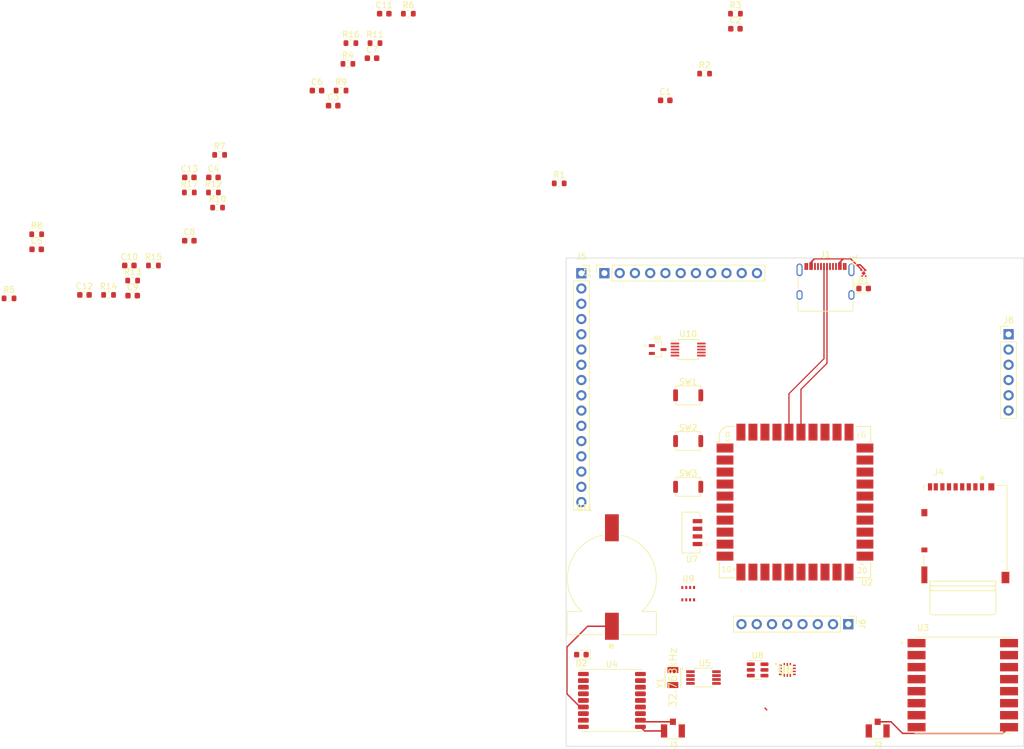
<source format=kicad_pcb>
(kicad_pcb (version 20211014) (generator pcbnew)
  (layers (0 "F.Cu" signal) (31 "B.Cu" signal) (34 "B.Paste" user) (35 "F.Paste" user) (36 "B.SilkS" user "B.Silkscreen") (37 "F.SilkS" user "F.Silkscreen") (38 "B.Mask" user) (39 "F.Mask" user) (44 "Edge.Cuts" user))
  (net 0 "")
  (net 1 "+BATT")
  (net 2 "GND")
  (net 3 "3V3_REG")
  (net 4 "VBUS")
  (net 5 "Net-(C13-Pad1)")
  (net 6 "Net-(C13-Pad2)")
  (net 7 "Net-(D1-Pad1)")
  (net 8 "Net-(D2-Pad1)")
  (net 9 "TIMEPULSE")
  (net 10 "Net-(J1-PadA5)")
  (net 11 "USB_D+")
  (net 12 "USB_D-")
  (net 14 "Net-(J1-PadB5)")
  (net 16 "Net-(J2-Pad2)")
  (net 17 "Net-(J3-Pad2)")
  (net 18 "SDIO_DAT2")
  (net 19 "SDIO_DAT3")
  (net 20 "SDIO_CMD")
  (net 21 "SDIO_CLK")
  (net 22 "SDIO_DAT0")
  (net 23 "SDIO_DAT1")
  (net 24 "PWR_SDA")
  (net 25 "CAM_SCL")
  (net 26 "IMU_SDA")
  (net 27 "IMU_SCL")
  (net 28 "RFM_SCK")
  (net 29 "RFM_MISO")
  (net 30 "RFM_MOSI")
  (net 31 "CAM_CS")
  (net 32 "GNSS_RX")
  (net 33 "GNSS_TX")
  (net 34 "RFM_RESET")
  (net 35 "RFM_CS")
  (net 36 "Net-(R8-Pad2)")
  (net 37 "Net-(R9-Pad2)")
  (net 38 "Net-(SW1-Pad1)")
  (net 39 "Net-(SW2-Pad1)")
  (net 40 "Net-(SW3-Pad2)")
  (net 56 "Net-(U5-Pad1)")
  (net 57 "Net-(U5-Pad2)")
  (net 63 "PWR_SCL")
  (net 64 "LTR_SDA")
  (net 65 "LTR_SCL")
  (net 66 "CAM_SDA")
  (net 67 "MAG_SDA")
  (net 68 "MAG_SCL")
  (net 69 "RTC_SDA")
  (net 70 "RTC_SCL")
  (net 71 "GNSS_SDA")
  (net 72 "GNSS_SCL")
  (net 73 "BME_SDA")
  (net 74 "BME_SCL")
  (footprint "Capacitor_SMD:C_0603_1608Metric" (layer "F.Cu") (at 46.49 53.005)
    (fp_text reference "C8" (at 0 -1.43) (layer "F.SilkS"))
    (fp_text value "100nF")
    (pad "1" smd roundrect (at -0.775 0) (size 0.9 0.95) (layers "F.Cu" "F.Paste" "F.Mask") (net 2 "GND"))
    (pad "2" smd roundrect (at 0.775 0) (size 0.9 0.95) (layers "F.Cu" "F.Paste" "F.Mask") (net 3 "3V3_REG"))
  )
  (footprint "RP2040_Stamp:RP2040_Stamp_SMD" (layer "F.Cu") (at 147.32 96.52)
    (fp_text reference "U2" (at 12 13.4 unlocked) (layer "F.SilkS"))
    (fp_text value "RP2040_Stamp")
    (fp_text user "20" (at 11.2 11.4 unlocked) (layer "F.SilkS") (effects (font (size 0.9 0.9) (thickness 0.12))))
    (fp_text user "10" (at -11.4 11.2 unlocked) (layer "F.SilkS") (effects (font (size 0.9 0.9) (thickness 0.12))))
    (fp_text user "0" (at -11.2 -11.2 unlocked) (layer "F.SilkS") (effects (font (size 0.9 0.9) (thickness 0.12))))
    (fp_text user "G" (at 11.4 -11.2 unlocked) (layer "F.SilkS") (effects (font (size 0.9 0.9) (thickness 0.12))))
    (pad "1" smd rect (at -11.65 -9) (size 2.8 1.5) (layers "F.Cu" "F.Paste" "F.Mask") (net 32 "GNSS_RX"))
    (pad "2" smd rect (at -11.65 -7) (size 2.8 1.5) (layers "F.Cu" "F.Paste" "F.Mask") (net 33 "GNSS_TX"))
    (pad "3" smd rect (at -11.65 -5) (size 2.8 1.5) (layers "F.Cu" "F.Paste" "F.Mask") (net 26 "IMU_SDA"))
    (pad "4" smd rect (at -11.65 -3) (size 2.8 1.5) (layers "F.Cu" "F.Paste" "F.Mask") (net 27 "IMU_SCL"))
    (pad "5" smd rect (at -11.65 -1) (size 2.8 1.5) (layers "F.Cu" "F.Paste" "F.Mask") (net 24 "PWR_SDA"))
    (pad "6" smd rect (at -11.65 1) (size 2.8 1.5) (layers "F.Cu" "F.Paste" "F.Mask") (net 63 "PWR_SCL"))
    (pad "7" smd rect (at -11.65 3) (size 2.8 1.5) (layers "F.Cu" "F.Paste" "F.Mask") (net 64 "LTR_SDA"))
    (pad "8" smd rect (at -11.65 5) (size 2.8 1.5) (layers "F.Cu" "F.Paste" "F.Mask") (net 65 "LTR_SCL"))
    (pad "9" smd rect (at -11.65 7) (size 2.8 1.5) (layers "F.Cu" "F.Paste" "F.Mask") (net 66 "CAM_SDA"))
    (pad "10" smd rect (at -11.65 9) (size 2.8 1.5) (layers "F.Cu" "F.Paste" "F.Mask") (net 25 "CAM_SCL"))
    (pad "11" smd rect (at -9 11.65 270) (size 2.8 1.5) (layers "F.Cu" "F.Paste" "F.Mask") (net 67 "MAG_SDA"))
    (pad "12" smd rect (at -7 11.65 270) (size 2.8 1.5) (layers "F.Cu" "F.Paste" "F.Mask") (net 68 "MAG_SCL"))
    (pad "13" smd rect (at -5 11.65 270) (size 2.8 1.5) (layers "F.Cu" "F.Paste" "F.Mask") (net 69 "RTC_SDA"))
    (pad "14" smd rect (at -3 11.65 270) (size 2.8 1.5) (layers "F.Cu" "F.Paste" "F.Mask") (net 70 "RTC_SCL"))
    (pad "15" smd rect (at -1 11.65 270) (size 2.8 1.5) (layers "F.Cu" "F.Paste" "F.Mask") (net 71 "GNSS_SDA"))
    (pad "16" smd rect (at 1 11.65 270) (size 2.8 1.5) (layers "F.Cu" "F.Paste" "F.Mask") (net 72 "GNSS_SCL"))
    (pad "17" smd rect (at 3 11.65 270) (size 2.8 1.5) (layers "F.Cu" "F.Paste" "F.Mask") (net 73 "BME_SDA"))
    (pad "18" smd rect (at 5 11.65 270) (size 2.8 1.5) (layers "F.Cu" "F.Paste" "F.Mask") (net 74 "BME_SCL"))
    (pad "19" smd rect (at 7 11.65 270) (size 2.8 1.5) (layers "F.Cu" "F.Paste" "F.Mask") (net 28 "RFM_SCK"))
    (pad "20" smd rect (at 9 11.65 270) (size 2.8 1.5) (layers "F.Cu" "F.Paste" "F.Mask") (net 30 "RFM_MOSI"))
    (pad "21" smd rect (at 11.65 9) (size 2.8 1.5) (layers "F.Cu" "F.Paste" "F.Mask") (net 29 "RFM_MISO"))
    (pad "22" smd rect (at 11.65 7) (size 2.8 1.5) (layers "F.Cu" "F.Paste" "F.Mask") (net 35 "RFM_CS"))
    (pad "23" smd rect (at 11.65 5) (size 2.8 1.5) (layers "F.Cu" "F.Paste" "F.Mask") (net 31 "CAM_CS"))
    (pad "24" smd rect (at 11.65 3) (size 2.8 1.5) (layers "F.Cu" "F.Paste" "F.Mask") (net 34 "RFM_RESET"))
    (pad "25" smd rect (at 11.65 1) (size 2.8 1.5) (layers "F.Cu" "F.Paste" "F.Mask") (net 20 "SDIO_CMD"))
    (pad "26" smd rect (at 11.65 -1) (size 2.8 1.5) (layers "F.Cu" "F.Paste" "F.Mask") (net 21 "SDIO_CLK"))
    (pad "27" smd rect (at 11.65 -3) (size 2.8 1.5) (layers "F.Cu" "F.Paste" "F.Mask") (net 22 "SDIO_DAT0"))
    (pad "28" smd rect (at 11.65 -5) (size 2.8 1.5) (layers "F.Cu" "F.Paste" "F.Mask") (net 23 "SDIO_DAT1"))
    (pad "29" smd rect (at 11.65 -7) (size 2.8 1.5) (layers "F.Cu" "F.Paste" "F.Mask") (net 18 "SDIO_DAT2"))
    (pad "30" smd rect (at 11.65 -9) (size 2.8 1.5) (layers "F.Cu" "F.Paste" "F.Mask") (net 19 "SDIO_DAT3"))
    (pad "31" smd rect (at 9 -11.65 270) (size 2.8 1.5) (layers "F.Cu" "F.Paste" "F.Mask") (net 2 "GND"))
    (pad "32" smd rect (at 7 -11.65 270) (size 2.8 1.5) (layers "F.Cu" "F.Paste" "F.Mask"))
    (pad "33" smd rect (at 5 -11.65 270) (size 2.8 1.5) (layers "F.Cu" "F.Paste" "F.Mask") (net 4 "VBUS"))
    (pad "34" smd rect (at 3 -11.65 270) (size 2.8 1.5) (layers "F.Cu" "F.Paste" "F.Mask"))
    (pad "35" smd rect (at 1 -11.65 270) (size 2.8 1.5) (layers "F.Cu" "F.Paste" "F.Mask") (net 12 "USB_D-"))
    (pad "36" smd rect (at -1 -11.65 270) (size 2.8 1.5) (layers "F.Cu" "F.Paste" "F.Mask") (net 11 "USB_D+"))
    (pad "37" smd rect (at -3 -11.65 270) (size 2.8 1.5) (layers "F.Cu" "F.Paste" "F.Mask"))
    (pad "38" smd rect (at -5 -11.65 270) (size 2.8 1.5) (layers "F.Cu" "F.Paste" "F.Mask"))
    (pad "39" smd rect (at -7 -11.65 270) (size 2.8 1.5) (layers "F.Cu" "F.Paste" "F.Mask") (net 39 "Net-(SW2-Pad1)"))
    (pad "40" smd rect (at -9 -11.65 270) (size 2.8 1.5) (layers "F.Cu" "F.Paste" "F.Mask") (net 38 "Net-(SW1-Pad1)"))
  )
  (footprint "Resistor_SMD:R_0603_1608Metric" (layer "F.Cu") (at 137.41 15.205)
    (fp_text reference "R3" (at 0 -1.43) (layer "F.SilkS"))
    (fp_text value "5.1K")
    (pad "1" smd roundrect (at -0.825 0) (size 0.8 0.95) (layers "F.Cu" "F.Paste" "F.Mask") (net 14 "Net-(J1-PadB5)"))
    (pad "2" smd roundrect (at 0.825 0) (size 0.8 0.95) (layers "F.Cu" "F.Paste" "F.Mask") (net 2 "GND"))
  )
  (footprint "Resistor_SMD:R_0603_1608Metric" (layer "F.Cu") (at 51.19 47.485)
    (fp_text reference "R10" (at 0 -1.43) (layer "F.SilkS"))
    (fp_text value "1k")
    (pad "1" smd roundrect (at -0.825 0) (size 0.8 0.95) (layers "F.Cu" "F.Paste" "F.Mask") (net 8 "Net-(D2-Pad1)"))
    (pad "2" smd roundrect (at 0.825 0) (size 0.8 0.95) (layers "F.Cu" "F.Paste" "F.Mask") (net 2 "GND"))
  )
  (footprint "Capacitor_SMD:C_0603_1608Metric" (layer "F.Cu") (at 67.74 28.005)
    (fp_text reference "C6" (at 0 -1.43) (layer "F.SilkS"))
    (fp_text value "1uF")
    (pad "1" smd roundrect (at -0.775 0) (size 0.9 0.95) (layers "F.Cu" "F.Paste" "F.Mask") (net 2 "GND"))
    (pad "2" smd roundrect (at 0.775 0) (size 0.9 0.95) (layers "F.Cu" "F.Paste" "F.Mask") (net 3 "3V3_REG"))
  )
  (footprint "Resistor_SMD:R_0603_1608Metric" (layer "F.Cu") (at 37.05 59.635)
    (fp_text reference "R13" (at 0 -1.43) (layer "F.SilkS"))
    (fp_text value "10k")
    (pad "1" smd roundrect (at -0.825 0) (size 0.8 0.95) (layers "F.Cu" "F.Paste" "F.Mask") (net 3 "3V3_REG"))
    (pad "2" smd roundrect (at 0.825 0) (size 0.8 0.95) (layers "F.Cu" "F.Paste" "F.Mask") (net 68 "MAG_SCL"))
  )
  (footprint "Connector_PinSocket_2.54mm:PinSocket_1x16_P2.54mm_Vertical" (layer "F.Cu") (at 111.76 58.42)
    (fp_text reference "J5" (at 0 -2.77) (layer "F.SilkS"))
    (fp_text value "I2C")
    (pad "1" thru_hole rect (at 0 0) (size 1.7 1.7) (drill 1) (layers *.Cu *.Mask) (net 24 "PWR_SDA"))
    (pad "2" thru_hole oval (at 0 2.54) (size 1.7 1.7) (drill 1) (layers *.Cu *.Mask) (net 63 "PWR_SCL"))
    (pad "3" thru_hole oval (at 0 5.08) (size 1.7 1.7) (drill 1) (layers *.Cu *.Mask) (net 64 "LTR_SDA"))
    (pad "4" thru_hole oval (at 0 7.62) (size 1.7 1.7) (drill 1) (layers *.Cu *.Mask) (net 65 "LTR_SCL"))
    (pad "5" thru_hole oval (at 0 10.16) (size 1.7 1.7) (drill 1) (layers *.Cu *.Mask) (net 66 "CAM_SDA"))
    (pad "6" thru_hole oval (at 0 12.7) (size 1.7 1.7) (drill 1) (layers *.Cu *.Mask) (net 25 "CAM_SCL"))
    (pad "7" thru_hole oval (at 0 15.24) (size 1.7 1.7) (drill 1) (layers *.Cu *.Mask) (net 26 "IMU_SDA"))
    (pad "8" thru_hole oval (at 0 17.78) (size 1.7 1.7) (drill 1) (layers *.Cu *.Mask) (net 27 "IMU_SCL"))
    (pad "9" thru_hole oval (at 0 20.32) (size 1.7 1.7) (drill 1) (layers *.Cu *.Mask) (net 67 "MAG_SDA"))
    (pad "10" thru_hole oval (at 0 22.86) (size 1.7 1.7) (drill 1) (layers *.Cu *.Mask) (net 68 "MAG_SCL"))
    (pad "11" thru_hole oval (at 0 25.4) (size 1.7 1.7) (drill 1) (layers *.Cu *.Mask) (net 69 "RTC_SDA"))
    (pad "12" thru_hole oval (at 0 27.94) (size 1.7 1.7) (drill 1) (layers *.Cu *.Mask) (net 70 "RTC_SCL"))
    (pad "13" thru_hole oval (at 0 30.48) (size 1.7 1.7) (drill 1) (layers *.Cu *.Mask) (net 71 "GNSS_SDA"))
    (pad "14" thru_hole oval (at 0 33.02) (size 1.7 1.7) (drill 1) (layers *.Cu *.Mask) (net 72 "GNSS_SCL"))
    (pad "15" thru_hole oval (at 0 35.56) (size 1.7 1.7) (drill 1) (layers *.Cu *.Mask) (net 73 "BME_SDA"))
    (pad "16" thru_hole oval (at 0 38.1) (size 1.7 1.7) (drill 1) (layers *.Cu *.Mask) (net 74 "BME_SCL"))
  )
  (footprint "Resistor_SMD:R_0603_1608Metric" (layer "F.Cu") (at 46.49 44.975)
    (fp_text reference "R17" (at 0 -1.43) (layer "F.SilkS"))
    (fp_text value "1")
    (pad "1" smd roundrect (at -0.825 0) (size 0.8 0.95) (layers "F.Cu" "F.Paste" "F.Mask") (net 3 "3V3_REG"))
    (pad "2" smd roundrect (at 0.825 0) (size 0.8 0.95) (layers "F.Cu" "F.Paste" "F.Mask") (net 3 "3V3_REG"))
  )
  (footprint "Connector_PinHeader_2.54mm:PinHeader_1x08_P2.54mm_Vertical" (layer "F.Cu") (at 156.195 116.84 -90)
    (fp_text reference "J6" (at 0 -2.33 90) (layer "F.SilkS"))
    (fp_text value "Arducam")
    (pad "1" thru_hole rect (at 0 0 270) (size 1.7 1.7) (drill 1) (layers *.Cu *.Mask) (net 25 "CAM_SCL"))
    (pad "2" thru_hole oval (at 0 2.54 270) (size 1.7 1.7) (drill 1) (layers *.Cu *.Mask) (net 66 "CAM_SDA"))
    (pad "3" thru_hole oval (at 0 5.08 270) (size 1.7 1.7) (drill 1) (layers *.Cu *.Mask) (net 3 "3V3_REG"))
    (pad "4" thru_hole oval (at 0 7.62 270) (size 1.7 1.7) (drill 1) (layers *.Cu *.Mask) (net 2 "GND"))
    (pad "5" thru_hole oval (at 0 10.16 270) (size 1.7 1.7) (drill 1) (layers *.Cu *.Mask) (net 28 "RFM_SCK"))
    (pad "6" thru_hole oval (at 0 12.7 270) (size 1.7 1.7) (drill 1) (layers *.Cu *.Mask) (net 29 "RFM_MISO"))
    (pad "7" thru_hole oval (at 0 15.24 270) (size 1.7 1.7) (drill 1) (layers *.Cu *.Mask) (net 30 "RFM_MOSI"))
    (pad "8" thru_hole oval (at 0 17.78 270) (size 1.7 1.7) (drill 1) (layers *.Cu *.Mask) (net 31 "CAM_CS"))
  )
  (footprint "ISM330DHCXTR:LGA-14_2.5X3X0.86_" (layer "F.Cu") (at 146.05 124.46)
    (fp_text reference "U6" (at -0.29 -0.006) (layer "F.SilkS") (effects (font (size 1.27 1.27) (thickness 0.254))))
    (fp_text value "ISM330DHCXTR" hide)
    (pad "1" smd rect locked (at -1.1625 -0.75 90) (size 0.25 0.475) (layers "F.Cu" "F.Paste" "F.Mask") (net 2 "GND"))
    (pad "2" smd rect locked (at -1.1625 -0.25 90) (size 0.25 0.475) (layers "F.Cu" "F.Paste" "F.Mask") (net 2 "GND"))
    (pad "3" smd rect locked (at -1.1625 0.25 90) (size 0.25 0.475) (layers "F.Cu" "F.Paste" "F.Mask") (net 2 "GND"))
    (pad "4" smd rect locked (at -1.1625 0.75 90) (size 0.25 0.475) (layers "F.Cu" "F.Paste" "F.Mask"))
    (pad "5" smd rect locked (at -0.5 0.9125) (size 0.25 0.475) (layers "F.Cu" "F.Paste" "F.Mask") (net 3 "3V3_REG"))
    (pad "6" smd rect locked (at 0 0.9125) (size 0.25 0.475) (layers "F.Cu" "F.Paste" "F.Mask") (net 2 "GND"))
    (pad "7" smd rect locked (at 0.5 0.9125) (size 0.25 0.475) (layers "F.Cu" "F.Paste" "F.Mask") (net 2 "GND"))
    (pad "8" smd rect locked (at 1.1625 0.75 90) (size 0.25 0.475) (layers "F.Cu" "F.Paste" "F.Mask") (net 3 "3V3_REG"))
    (pad "9" smd rect locked (at 1.1625 0.25 90) (size 0.25 0.475) (layers "F.Cu" "F.Paste" "F.Mask"))
    (pad "10" smd rect locked (at 1.1625 -0.25 90) (size 0.25 0.475) (layers "F.Cu" "F.Paste" "F.Mask"))
    (pad "11" smd rect locked (at 1.1625 -0.75 90) (size 0.25 0.475) (layers "F.Cu" "F.Paste" "F.Mask"))
    (pad "12" smd rect locked (at 0.5 -0.9125) (size 0.25 0.475) (layers "F.Cu" "F.Paste" "F.Mask") (net 3 "3V3_REG"))
    (pad "13" smd rect locked (at 0 -0.9125) (size 0.25 0.475) (layers "F.Cu" "F.Paste" "F.Mask") (net 27 "IMU_SCL"))
    (pad "14" smd rect locked (at -0.5 -0.9125) (size 0.25 0.475) (layers "F.Cu" "F.Paste" "F.Mask") (net 26 "IMU_SDA"))
  )
  (footprint "Capacitor_SMD:C_0603_1608Metric" (layer "F.Cu") (at 37.05 62.145)
    (fp_text reference "C9" (at 0 -1.43) (layer "F.SilkS"))
    (fp_text value "1uF")
    (pad "1" smd roundrect (at -0.775 0) (size 0.9 0.95) (layers "F.Cu" "F.Paste" "F.Mask") (net 2 "GND"))
    (pad "2" smd roundrect (at 0.775 0) (size 0.9 0.95) (layers "F.Cu" "F.Paste" "F.Mask") (net 3 "3V3_REG"))
  )
  (footprint "Resistor_SMD:R_0603_1608Metric" (layer "F.Cu") (at 108.07 43.455)
    (fp_text reference "R1" (at 0 -1.43) (layer "F.SilkS"))
    (fp_text value "1k")
    (pad "1" smd roundrect (at -0.825 0) (size 0.8 0.95) (layers "F.Cu" "F.Paste" "F.Mask") (net 7 "Net-(D1-Pad1)"))
    (pad "2" smd roundrect (at 0.825 0) (size 0.8 0.95) (layers "F.Cu" "F.Paste" "F.Mask") (net 2 "GND"))
  )
  (footprint "Resistor_SMD:R_0603_1608Metric" (layer "F.Cu") (at 33.04 62.025)
    (fp_text reference "R14" (at 0 -1.43) (layer "F.SilkS"))
    (fp_text value "10k")
    (pad "1" smd roundrect (at -0.825 0) (size 0.8 0.95) (layers "F.Cu" "F.Paste" "F.Mask") (net 3 "3V3_REG"))
    (pad "2" smd roundrect (at 0.825 0) (size 0.8 0.95) (layers "F.Cu" "F.Paste" "F.Mask") (net 67 "MAG_SDA"))
  )
  (footprint "Resistor_SMD:R_0603_1608Metric" (layer "F.Cu") (at 50.5 44.975)
    (fp_text reference "R12" (at 0 -1.43) (layer "F.SilkS"))
    (fp_text value "10k")
    (pad "1" smd roundrect (at -0.825 0) (size 0.8 0.95) (layers "F.Cu" "F.Paste" "F.Mask") (net 3 "3V3_REG"))
    (pad "2" smd roundrect (at 0.825 0) (size 0.8 0.95) (layers "F.Cu" "F.Paste" "F.Mask") (net 27 "IMU_SCL"))
  )
  (footprint "S8411-45R:BAT_S8411-45R" (layer "F.Cu") (at 116.84 109.22)
    (fp_text reference "BT1" (at -4.545 -11.74) (layer "F.SilkS"))
    (fp_text value "S8411-45R")
    (pad "" np_thru_hole circle locked (at 0 3.725) (size 1.3 1.3) (drill 1.3) (layers *.Cu *.Mask))
    (pad "" np_thru_hole circle locked (at 0 -3.725) (size 1.05 1.05) (drill 1.05) (layers *.Cu *.Mask))
    (pad "N" smd rect locked (at 0 -8.425 90) (size 4.5 2.3) (layers "F.Cu" "F.Paste" "F.Mask") (net 2 "GND"))
    (pad "P" smd rect locked (at 0 7.975 90) (size 4.5 2.3) (layers "F.Cu" "F.Paste" "F.Mask") (net 1 "+BATT"))
  )
  (footprint "Resistor_SMD:R_0603_1608Metric" (layer "F.Cu") (at 72.89 23.555)
    (fp_text reference "R4" (at 0 -1.43) (layer "F.SilkS"))
    (fp_text value "10k")
    (pad "1" smd roundrect (at -0.825 0) (size 0.8 0.95) (layers "F.Cu" "F.Paste" "F.Mask") (net 3 "3V3_REG"))
    (pad "2" smd roundrect (at 0.825 0) (size 0.8 0.95) (layers "F.Cu" "F.Paste" "F.Mask") (net 71 "GNSS_SDA"))
  )
  (footprint "Resistor_SMD:R_0603_1608Metric" (layer "F.Cu") (at 16.47 62.605)
    (fp_text reference "R5" (at 0 -1.43) (layer "F.SilkS"))
    (fp_text value "10k")
    (pad "1" smd roundrect (at -0.825 0) (size 0.8 0.95) (layers "F.Cu" "F.Paste" "F.Mask") (net 3 "3V3_REG"))
    (pad "2" smd roundrect (at 0.825 0) (size 0.8 0.95) (layers "F.Cu" "F.Paste" "F.Mask") (net 70 "RTC_SCL"))
  )
  (footprint "LED_SMD:LED_0603_1608Metric" (layer "F.Cu") (at 111.76 121.92 180)
    (fp_text reference "D2" (at 0 -1.43) (layer "F.SilkS"))
    (fp_text value "LED")
    (pad "1" smd roundrect (at -0.7875 0 180) (size 0.875 0.95) (layers "F.Cu" "F.Paste" "F.Mask") (net 8 "Net-(D2-Pad1)"))
    (pad "2" smd roundrect (at 0.7875 0 180) (size 0.875 0.95) (layers "F.Cu" "F.Paste" "F.Mask") (net 9 "TIMEPULSE"))
  )
  (footprint "Capacitor_SMD:C_0603_1608Metric" (layer "F.Cu") (at 78.94 15.205)
    (fp_text reference "C11" (at 0 -1.43) (layer "F.SilkS"))
    (fp_text value "1uF")
    (pad "1" smd roundrect (at -0.775 0) (size 0.9 0.95) (layers "F.Cu" "F.Paste" "F.Mask") (net 2 "GND"))
    (pad "2" smd roundrect (at 0.775 0) (size 0.9 0.95) (layers "F.Cu" "F.Paste" "F.Mask") (net 3 "3V3_REG"))
  )
  (footprint "Capacitor_SMD:C_0603_1608Metric" (layer "F.Cu") (at 29.03 62.025)
    (fp_text reference "C12" (at 0 -1.43) (layer "F.SilkS"))
    (fp_text value "1uF")
    (pad "1" smd roundrect (at -0.775 0) (size 0.9 0.95) (layers "F.Cu" "F.Paste" "F.Mask") (net 2 "GND"))
    (pad "2" smd roundrect (at 0.775 0) (size 0.9 0.95) (layers "F.Cu" "F.Paste" "F.Mask") (net 3 "3V3_REG"))
  )
  (footprint "LED_SMD:LED_0603_1608Metric" (layer "F.Cu") (at 158.75 60.96)
    (fp_text reference "D1" (at 0 -1.43) (layer "F.SilkS"))
    (fp_text value "PWR")
    (pad "1" smd roundrect (at -0.7875 0) (size 0.875 0.95) (layers "F.Cu" "F.Paste" "F.Mask") (net 7 "Net-(D1-Pad1)"))
    (pad "2" smd roundrect (at 0.7875 0) (size 0.875 0.95) (layers "F.Cu" "F.Paste" "F.Mask") (net 3 "3V3_REG"))
  )
  (footprint "Capacitor_SMD:C_0603_1608Metric" (layer "F.Cu") (at 50.5 42.465)
    (fp_text reference "C4" (at 0 -1.43) (layer "F.SilkS"))
    (fp_text value "1uF")
    (pad "1" smd roundrect (at -0.775 0) (size 0.9 0.95) (layers "F.Cu" "F.Paste" "F.Mask") (net 2 "GND"))
    (pad "2" smd roundrect (at 0.775 0) (size 0.9 0.95) (layers "F.Cu" "F.Paste" "F.Mask") (net 3 "3V3_REG"))
  )
  (footprint "Button_Switch_SMD:SW_Push_SPST_NO_Alps_SKRK" (layer "F.Cu") (at 129.54 78.74)
    (fp_text reference "SW1" (at 0 -2.25) (layer "F.SilkS"))
    (fp_text value "RESET")
    (pad "1" smd roundrect (at -2.1 0) (size 0.8 2) (layers "F.Cu" "F.Paste" "F.Mask") (net 38 "Net-(SW1-Pad1)"))
    (pad "2" smd roundrect (at 2.1 0) (size 0.8 2) (layers "F.Cu" "F.Paste" "F.Mask") (net 2 "GND"))
  )
  (footprint "Resistor_SMD:R_0603_1608Metric" (layer "F.Cu") (at 40.51 57.125)
    (fp_text reference "R15" (at 0 -1.43) (layer "F.SilkS"))
    (fp_text value "4.7k")
    (pad "1" smd roundrect (at -0.825 0) (size 0.8 0.95) (layers "F.Cu" "F.Paste" "F.Mask") (net 3 "3V3_REG"))
    (pad "2" smd roundrect (at 0.825 0) (size 0.8 0.95) (layers "F.Cu" "F.Paste" "F.Mask") (net 73 "BME_SDA"))
  )
  (footprint "NCP167BMX330TBG:REG_NCP167BMX330TBG" (layer "F.Cu") (at 158.75 58.42 90)
    (fp_text reference "U1" (at 2.175 -1.635 90) (layer "F.SilkS"))
    (fp_text value "NCP167BMX330TBG")
    (pad "1" smd custom locked (at -0.48 -0.325) (size 0.1 0.1) (layers "F.Cu") (net 3 "3V3_REG") (options (clearance outline) (anchor rect)) (primitives (gr_poly (pts (xy 0.27 -0.02) (xy 0.12 0.13) (xy -0.12 0.13) (xy -0.12 -0.13) (xy 0.27 -0.13)) (width 0.0001) (fill yes))))
    (pad "2" smd custom locked (at -0.48 0.325) (size 0.1 0.1) (layers "F.Cu") (net 2 "GND") (options (clearance outline) (anchor rect)) (primitives (gr_poly (pts (xy 0.27 0.02) (xy 0.27 0.13) (xy -0.12 0.13) (xy -0.12 -0.13) (xy 0.12 -0.13)) (width 0.0001) (fill yes))))
    (pad "3" smd custom locked (at 0.48 0.325) (size 0.1 0.1) (layers "F.Cu") (net 4 "VBUS") (options (clearance outline) (anchor rect)) (primitives (gr_poly (pts (xy 0.12 0.13) (xy -0.27 0.13) (xy -0.27 0.02) (xy -0.12 -0.13) (xy 0.12 -0.13)) (width 0.0001) (fill yes))))
    (pad "4" smd custom locked (at 0.48 -0.325) (size 0.1 0.1) (layers "F.Cu") (net 4 "VBUS") (options (clearance outline) (anchor rect)) (primitives (gr_poly (pts (xy 0.12 0.13) (xy -0.12 0.13) (xy -0.27 -0.02) (xy -0.27 -0.13) (xy 0.12 -0.13)) (width 0.0001) (fill yes))))
    (pad "5" smd rect locked (at 0 0 45) (size 0.52 0.52) (layers "F.Cu") (net 2 "GND"))
  )
  (footprint "u.fl:HRS_U.FL-R-SMT-1(10)" (layer "F.Cu") (at 127 134.62 180)
    (fp_text reference "J3" (at -0.060105 -2.311695) (layer "F.SilkS") (effects (font (size 0.801283 0.801283))))
    (fp_text value "GPS u.fl")
    (pad "1" smd rect locked (at -1.475 0 180) (size 1.05 2.2) (layers "F.Cu" "F.Paste" "F.Mask") (net 2 "GND"))
    (pad "2" smd rect locked (at 0 1.525 180) (size 1 1.05) (layers "F.Cu" "F.Paste" "F.Mask") (net 17 "Net-(J3-Pad2)"))
    (pad "3" smd rect locked (at 1.475 0 180) (size 1.05 2.2) (layers "F.Cu" "F.Paste" "F.Mask") (net 2 "GND"))
  )
  (footprint "eec:Abracon-ABS07-120-0-0-MFG" (layer "F.Cu") (at 127 125.73 90)
    (fp_text reference "Y1" (at -1.9 -2.125 90) (layer "F.SilkS") (effects (justify left)))
    (fp_text value "32.768kHz" (at 0 0 90) (layer "F.SilkS") (effects (font (size 1.27 1.27))))
    (pad "1" smd rect locked (at -1.25 0 90) (size 1 1.8) (layers "F.Cu" "F.Paste" "F.Mask") (net 57 "Net-(U5-Pad2)"))
    (pad "2" smd rect locked (at 1.25 0 90) (size 1 1.8) (layers "F.Cu" "F.Paste" "F.Mask") (net 56 "Net-(U5-Pad1)"))
  )
  (footprint "Connector_USB:USB_C_Receptacle_XKB_U262-16XN-4BVC11" (layer "F.Cu") (at 152.4 60.96)
    (fp_text reference "J1" (at 0 -5.715) (layer "F.SilkS"))
    (fp_text value "USB_C_Receptacle_USB2.0")
    (pad "" np_thru_hole circle (at 2.89 -2.605) (size 0.65 0.65) (drill 0.65) (layers *.Cu *.Mask))
    (pad "" np_thru_hole circle (at -2.89 -2.605) (size 0.65 0.65) (drill 0.65) (layers *.Cu *.Mask))
    (pad "A1" smd rect (at -3.35 -3.67) (size 0.3 1.15) (layers "F.Cu" "F.Paste" "F.Mask") (net 2 "GND"))
    (pad "A4" smd rect (at -2.55 -3.67) (size 0.3 1.15) (layers "F.Cu" "F.Paste" "F.Mask") (net 4 "VBUS"))
    (pad "A5" smd rect (at -1.25 -3.67) (size 0.3 1.15) (layers "F.Cu" "F.Paste" "F.Mask") (net 10 "Net-(J1-PadA5)"))
    (pad "A6" smd rect (at -0.25 -3.67) (size 0.3 1.15) (layers "F.Cu" "F.Paste" "F.Mask") (net 11 "USB_D+"))
    (pad "A7" smd rect (at 0.25 -3.67) (size 0.3 1.15) (layers "F.Cu" "F.Paste" "F.Mask") (net 12 "USB_D-"))
    (pad "A8" smd rect (at 1.25 -3.67) (size 0.3 1.15) (layers "F.Cu" "F.Paste" "F.Mask"))
    (pad "A9" smd rect (at 2.55 -3.67) (size 0.3 1.15) (layers "F.Cu" "F.Paste" "F.Mask") (net 4 "VBUS"))
    (pad "A12" smd rect (at 3.35 -3.67) (size 0.3 1.15) (layers "F.Cu" "F.Paste" "F.Mask") (net 2 "GND"))
    (pad "B1" smd rect (at 3.05 -3.67) (size 0.3 1.15) (layers "F.Cu" "F.Paste" "F.Mask") (net 2 "GND"))
    (pad "B4" smd rect (at 2.25 -3.67) (size 0.3 1.15) (layers "F.Cu" "F.Paste" "F.Mask") (net 4 "VBUS"))
    (pad "B5" smd rect (at 1.75 -3.67) (size 0.3 1.15) (layers "F.Cu" "F.Paste" "F.Mask") (net 14 "Net-(J1-PadB5)"))
    (pad "B6" smd rect (at 0.75 -3.67) (size 0.3 1.15) (layers "F.Cu" "F.Paste" "F.Mask") (net 11 "USB_D+"))
    (pad "B7" smd rect (at -0.75 -3.67) (size 0.3 1.15) (layers "F.Cu" "F.Paste" "F.Mask") (net 12 "USB_D-"))
    (pad "B8" smd rect (at -1.75 -3.67) (size 0.3 1.15) (layers "F.Cu" "F.Paste" "F.Mask"))
    (pad "B9" smd rect (at -2.25 -3.67) (size 0.3 1.15) (layers "F.Cu" "F.Paste" "F.Mask") (net 4 "VBUS"))
    (pad "B12" smd rect (at -3.05 -3.67) (size 0.3 1.15) (layers "F.Cu" "F.Paste" "F.Mask") (net 2 "GND"))
    (pad "S1" thru_hole oval (at -4.32 1.075) (size 1 1.6) (drill oval 0.6 1.2) (layers *.Cu *.Mask) (net 2 "GND"))
    (pad "S1" thru_hole oval (at -4.32 -3.105) (size 1 2.1) (drill oval 0.6 1.7) (layers *.Cu *.Mask) (net 2 "GND"))
    (pad "S1" thru_hole oval (at 4.32 -3.105) (size 1 2.1) (drill oval 0.6 1.7) (layers *.Cu *.Mask) (net 2 "GND"))
    (pad "S1" thru_hole oval (at 4.32 1.075) (size 1 1.6) (drill oval 0.6 1.2) (layers *.Cu *.Mask) (net 2 "GND"))
  )
  (footprint "Capacitor_SMD:C_0603_1608Metric" (layer "F.Cu") (at 46.49 42.465)
    (fp_text reference "C13" (at 0 -1.43) (layer "F.SilkS"))
    (fp_text value "470pF")
    (pad "1" smd roundrect (at -0.775 0) (size 0.9 0.95) (layers "F.Cu" "F.Paste" "F.Mask") (net 5 "Net-(C13-Pad1)"))
    (pad "2" smd roundrect (at 0.775 0) (size 0.9 0.95) (layers "F.Cu" "F.Paste" "F.Mask") (net 6 "Net-(C13-Pad2)"))
  )
  (footprint "Package_LGA:Bosch_LGA-8_2.5x2.5mm_P0.65mm_ClockwisePinNumbering" (layer "F.Cu") (at 129.54 111.76)
    (fp_text reference "U9" (at 0.015 -2.465) (layer "F.SilkS"))
    (fp_text value "BME280")
    (pad "1" smd rect (at -0.975 -1.025 90) (size 0.5 0.35) (layers "F.Cu" "F.Paste" "F.Mask") (net 2 "GND"))
    (pad "2" smd rect (at -0.325 -1.025 90) (size 0.5 0.35) (layers "F.Cu" "F.Paste" "F.Mask") (net 3 "3V3_REG"))
    (pad "3" smd rect (at 0.325 -1.025 90) (size 0.5 0.35) (layers "F.Cu" "F.Paste" "F.Mask") (net 73 "BME_SDA"))
    (pad "4" smd rect (at 0.975 -1.025 90) (size 0.5 0.35) (layers "F.Cu" "F.Paste" "F.Mask") (net 74 "BME_SCL"))
    (pad "5" smd rect (at 0.975 1.025 90) (size 0.5 0.35) (layers "F.Cu" "F.Paste" "F.Mask") (net 2 "GND"))
    (pad "6" smd rect (at 0.325 1.025 90) (size 0.5 0.35) (layers "F.Cu" "F.Paste" "F.Mask") (net 3 "3V3_REG"))
    (pad "7" smd rect (at -0.325 1.025 90) (size 0.5 0.35) (layers "F.Cu" "F.Paste" "F.Mask") (net 2 "GND"))
    (pad "8" smd rect (at -0.975 1.025 90) (size 0.5 0.35) (layers "F.Cu" "F.Paste" "F.Mask") (net 3 "3V3_REG"))
  )
  (footprint "Capacitor_SMD:C_0603_1608Metric" (layer "F.Cu") (at 21.07 54.435)
    (fp_text reference "C5" (at 0 -1.43) (layer "F.SilkS"))
    (fp_text value "1uF")
    (pad "1" smd roundrect (at -0.775 0) (size 0.9 0.95) (layers "F.Cu" "F.Paste" "F.Mask") (net 3 "3V3_REG"))
    (pad "2" smd roundrect (at 0.775 0) (size 0.9 0.95) (layers "F.Cu" "F.Paste" "F.Mask") (net 2 "GND"))
  )
  (footprint "SOT65:SOT65P210X100-3N" (layer "F.Cu") (at 124.46 71.12)
    (fp_text reference "Q1" (at 0.032 -1.9064) (layer "F.SilkS") (effects (font (size 0.64 0.64))))
    (fp_text value "UMT3904T106")
    (pad "1" smd roundrect locked (at -0.97 -0.65) (size 0.99 0.5) (layers "F.Cu" "F.Paste" "F.Mask") (roundrect_rratio 0.06) (net 5 "Net-(C13-Pad1)"))
    (pad "2" smd roundrect locked (at -0.97 0.65) (size 0.99 0.5) (layers "F.Cu" "F.Paste" "F.Mask") (roundrect_rratio 0.06) (net 5 "Net-(C13-Pad1)"))
    (pad "3" smd roundrect locked (at 0.97 0) (size 0.99 0.5) (layers "F.Cu" "F.Paste" "F.Mask") (roundrect_rratio 0.06) (net 6 "Net-(C13-Pad2)"))
  )
  (footprint "Resistor_SMD:R_0603_1608Metric" (layer "F.Cu") (at 71.75 28.005)
    (fp_text reference "R9" (at 0 -1.43) (layer "F.SilkS"))
    (fp_text value "470")
    (pad "1" smd roundrect (at -0.825 0) (size 0.8 0.95) (layers "F.Cu" "F.Paste" "F.Mask") (net 33 "GNSS_TX"))
    (pad "2" smd roundrect (at 0.825 0) (size 0.8 0.95) (layers "F.Cu" "F.Paste" "F.Mask") (net 37 "Net-(R9-Pad2)"))
  )
  (footprint "Capacitor_SMD:C_0603_1608Metric" (layer "F.Cu") (at 125.72 29.635)
    (fp_text reference "C1" (at 0 -1.43) (layer "F.SilkS"))
    (fp_text value "1uF")
    (pad "1" smd roundrect (at -0.775 0) (size 0.9 0.95) (layers "F.Cu" "F.Paste" "F.Mask") (net 2 "GND"))
    (pad "2" smd roundrect (at 0.775 0) (size 0.9 0.95) (layers "F.Cu" "F.Paste" "F.Mask") (net 3 "3V3_REG"))
  )
  (footprint "Resistor_SMD:R_0603_1608Metric" (layer "F.Cu") (at 77.4 20.105)
    (fp_text reference "R11" (at 0 -1.43) (layer "F.SilkS"))
    (fp_text value "10k")
    (pad "1" smd roundrect (at -0.825 0) (size 0.8 0.95) (layers "F.Cu" "F.Paste" "F.Mask") (net 3 "3V3_REG"))
    (pad "2" smd roundrect (at 0.825 0) (size 0.8 0.95) (layers "F.Cu" "F.Paste" "F.Mask") (net 26 "IMU_SDA"))
  )
  (footprint "Resistor_SMD:R_0603_1608Metric" (layer "F.Cu") (at 73.39 20.105)
    (fp_text reference "R16" (at 0 -1.43) (layer "F.SilkS"))
    (fp_text value "4.7k")
    (pad "1" smd roundrect (at -0.825 0) (size 0.8 0.95) (layers "F.Cu" "F.Paste" "F.Mask") (net 3 "3V3_REG"))
    (pad "2" smd roundrect (at 0.825 0) (size 0.8 0.95) (layers "F.Cu" "F.Paste" "F.Mask") (net 74 "BME_SCL"))
  )
  (footprint "Button_Switch_SMD:SW_Push_SPST_NO_Alps_SKRK" (layer "F.Cu") (at 129.54 86.36)
    (fp_text reference "SW2" (at 0 -2.25) (layer "F.SilkS"))
    (fp_text value "RESET")
    (pad "1" smd roundrect (at -2.1 0) (size 0.8 2) (layers "F.Cu" "F.Paste" "F.Mask") (net 39 "Net-(SW2-Pad1)"))
    (pad "2" smd roundrect (at 2.1 0) (size 0.8 2) (layers "F.Cu" "F.Paste" "F.Mask") (net 2 "GND"))
  )
  (footprint "Resistor_SMD:R_0603_1608Metric" (layer "F.Cu") (at 21.07 51.925)
    (fp_text reference "R8" (at 0 -1.43) (layer "F.SilkS"))
    (fp_text value "470")
    (pad "1" smd roundrect (at -0.825 0) (size 0.8 0.95) (layers "F.Cu" "F.Paste" "F.Mask") (net 32 "GNSS_RX"))
    (pad "2" smd roundrect (at 0.825 0) (size 0.8 0.95) (layers "F.Cu" "F.Paste" "F.Mask") (net 36 "Net-(R8-Pad2)"))
  )
  (footprint "Button_Switch_SMD:SW_Push_SPST_NO_Alps_SKRK" (layer "F.Cu") (at 129.54 93.98)
    (fp_text reference "SW3" (at 0 -2.25) (layer "F.SilkS"))
    (fp_text value "RESET")
    (pad "1" smd roundrect (at -2.1 0) (size 0.8 2) (layers "F.Cu" "F.Paste" "F.Mask") (net 2 "GND"))
    (pad "2" smd roundrect (at 2.1 0) (size 0.8 2) (layers "F.Cu" "F.Paste" "F.Mask") (net 40 "Net-(SW3-Pad2)"))
  )
  (footprint "u.fl:HRS_U.FL-R-SMT-1(10)" (layer "F.Cu") (at 161.085 134.62 180)
    (fp_text reference "J2" (at -0.060105 -2.311695) (layer "F.SilkS") (effects (font (size 0.801283 0.801283))))
    (fp_text value "Radio u.fl")
    (pad "1" smd rect locked (at -1.475 0 180) (size 1.05 2.2) (layers "F.Cu" "F.Paste" "F.Mask") (net 2 "GND"))
    (pad "2" smd rect locked (at 0 1.525 180) (size 1 1.05) (layers "F.Cu" "F.Paste" "F.Mask") (net 16 "Net-(J2-Pad2)"))
    (pad "3" smd rect locked (at 1.475 0 180) (size 1.05 2.2) (layers "F.Cu" "F.Paste" "F.Mask") (net 2 "GND"))
  )
  (footprint "Package_SO:MSOP-10_3x3mm_P0.5mm" (layer "F.Cu") (at 129.54 71.12)
    (fp_text reference "U10" (at 0 -2.6) (layer "F.SilkS"))
    (fp_text value "LTC2990")
    (pad "1" smd rect (at -2.2 -1) (size 1.4 0.3) (layers "F.Cu" "F.Paste" "F.Mask") (net 3 "3V3_REG"))
    (pad "2" smd rect (at -2.2 -0.5) (size 1.4 0.3) (layers "F.Cu" "F.Paste" "F.Mask") (net 3 "3V3_REG"))
    (pad "3" smd rect (at -2.2 0) (size 1.4 0.3) (layers "F.Cu" "F.Paste" "F.Mask") (net 5 "Net-(C13-Pad1)"))
    (pad "4" smd rect (at -2.2 0.5) (size 1.4 0.3) (layers "F.Cu" "F.Paste" "F.Mask") (net 6 "Net-(C13-Pad2)"))
    (pad "5" smd rect (at -2.2 1) (size 1.4 0.3) (layers "F.Cu" "F.Paste" "F.Mask") (net 2 "GND"))
    (pad "6" smd rect (at 2.2 1) (size 1.4 0.3) (layers "F.Cu" "F.Paste" "F.Mask") (net 24 "PWR_SDA"))
    (pad "7" smd rect (at 2.2 0.5) (size 1.4 0.3) (layers "F.Cu" "F.Paste" "F.Mask") (net 63 "PWR_SCL"))
    (pad "8" smd rect (at 2.2 0) (size 1.4 0.3) (layers "F.Cu" "F.Paste" "F.Mask") (net 2 "GND"))
    (pad "9" smd rect (at 2.2 -0.5) (size 1.4 0.3) (layers "F.Cu" "F.Paste" "F.Mask") (net 2 "GND"))
    (pad "10" smd rect (at 2.2 -1) (size 1.4 0.3) (layers "F.Cu" "F.Paste" "F.Mask") (net 3 "3V3_REG"))
  )
  (footprint "DM3AT-SF-PEJM5:HRS_DM3AT-SF-PEJM5" (layer "F.Cu") (at 175.26 93.98)
    (fp_text reference "J4" (at -3.98677 -2.43602) (layer "F.SilkS") (effects (font (size 1.001528 1.001528))))
    (fp_text value "DM3AT-SF-PEJM5 ")
    (pad "1" smd rect locked (at 3.2 0) (size 0.7 1.2) (layers "F.Cu" "F.Paste" "F.Mask") (net 18 "SDIO_DAT2"))
    (pad "2" smd rect locked (at 2.1 0) (size 0.7 1.2) (layers "F.Cu" "F.Paste" "F.Mask") (net 19 "SDIO_DAT3"))
    (pad "3" smd rect locked (at 1 0) (size 0.7 1.2) (layers "F.Cu" "F.Paste" "F.Mask") (net 20 "SDIO_CMD"))
    (pad "4" smd rect locked (at -0.1 0) (size 0.7 1.2) (layers "F.Cu" "F.Paste" "F.Mask") (net 3 "3V3_REG"))
    (pad "5" smd rect locked (at -1.2 0) (size 0.7 1.2) (layers "F.Cu" "F.Paste" "F.Mask") (net 21 "SDIO_CLK"))
    (pad "6" smd rect locked (at -2.3 0) (size 0.7 1.2) (layers "F.Cu" "F.Paste" "F.Mask") (net 2 "GND"))
    (pad "7" smd rect locked (at -3.4 0) (size 0.7 1.2) (layers "F.Cu" "F.Paste" "F.Mask") (net 22 "SDIO_DAT0"))
    (pad "8" smd rect locked (at -4.5 0) (size 0.7 1.2) (layers "F.Cu" "F.Paste" "F.Mask") (net 23 "SDIO_DAT1"))
    (pad "P1" smd rect locked (at -6.4 4.3) (size 1 1.2) (layers "F.Cu" "F.Paste" "F.Mask"))
    (pad "P2" smd rect locked (at -6.4 14.65) (size 1 2.8) (layers "F.Cu" "F.Paste" "F.Mask"))
    (pad "P3" smd rect locked (at 7.1 15.1) (size 1.3 1.9) (layers "F.Cu" "F.Paste" "F.Mask"))
    (pad "P4" smd rect locked (at 4.75 0) (size 1 1.2) (layers "F.Cu" "F.Paste" "F.Mask"))
    (pad "SWA" smd rect locked (at -6.4 10.5) (size 1 0.8) (layers "F.Cu" "F.Paste" "F.Mask"))
    (pad "SWB" smd rect locked (at -5.45 0) (size 0.7 1.2) (layers "F.Cu" "F.Paste" "F.Mask"))
  )
  (footprint "VEML7700-TT:XDCR_VEML7700-TT" (layer "F.Cu") (at 129.54 101.6 180)
    (fp_text reference "U7" (at -0.635 -4.445) (layer "F.SilkS"))
    (fp_text value "VEML7700-TT")
    (pad "1" smd rect locked (at -1.55 -1.905 180) (size 1.6 0.7) (layers "F.Cu" "F.Paste" "F.Mask") (net 65 "LTR_SCL"))
    (pad "2" smd rect locked (at -1.55 -0.635 180) (size 1.6 0.7) (layers "F.Cu" "F.Paste" "F.Mask") (net 3 "3V3_REG"))
    (pad "3" smd rect locked (at -1.55 0.635 180) (size 1.6 0.7) (layers "F.Cu" "F.Paste" "F.Mask") (net 2 "GND"))
    (pad "4" smd rect locked (at -1.55 1.905 180) (size 1.6 0.7) (layers "F.Cu" "F.Paste" "F.Mask") (net 64 "LTR_SDA"))
  )
  (footprint "Capacitor_SMD:C_0603_1608Metric" (layer "F.Cu") (at 76.9 22.615)
    (fp_text reference "C7" (at 0 -1.43) (layer "F.SilkS"))
    (fp_text value "1uF")
    (pad "1" smd roundrect (at -0.775 0) (size 0.9 0.95) (layers "F.Cu" "F.Paste" "F.Mask") (net 2 "GND"))
    (pad "2" smd roundrect (at 0.775 0) (size 0.9 0.95) (layers "F.Cu" "F.Paste" "F.Mask") (net 3 "3V3_REG"))
  )
  (footprint "Resistor_SMD:R_0603_1608Metric" (layer "F.Cu") (at 82.95 15.205)
    (fp_text reference "R6" (at 0 -1.43) (layer "F.SilkS"))
    (fp_text value "10k")
    (pad "1" smd roundrect (at -0.825 0) (size 0.8 0.95) (layers "F.Cu" "F.Paste" "F.Mask") (net 3 "3V3_REG"))
    (pad "2" smd roundrect (at 0.825 0) (size 0.8 0.95) (layers "F.Cu" "F.Paste" "F.Mask") (net 72 "GNSS_SCL"))
  )
  (footprint "DS1339BU_T:SOP65P490X110-8N" (layer "F.Cu") (at 132.08 125.73)
    (fp_text reference "U5" (at 0.205 -2.362) (layer "F.SilkS"))
    (fp_text value "DS1339BU+T")
    (pad "1" smd roundrect locked (at -2.165 -0.975) (size 1.42 0.47) (layers "F.Cu" "F.Paste" "F.Mask") (roundrect_rratio 0.06) (net 56 "Net-(U5-Pad1)"))
    (pad "2" smd roundrect locked (at -2.165 -0.325) (size 1.42 0.47) (layers "F.Cu" "F.Paste" "F.Mask") (roundrect_rratio 0.06) (net 57 "Net-(U5-Pad2)"))
    (pad "3" smd roundrect locked (at -2.165 0.325) (size 1.42 0.47) (layers "F.Cu" "F.Paste" "F.Mask") (roundrect_rratio 0.06) (net 1 "+BATT"))
    (pad "4" smd roundrect locked (at -2.165 0.975) (size 1.42 0.47) (layers "F.Cu" "F.Paste" "F.Mask") (roundrect_rratio 0.06) (net 2 "GND"))
    (pad "5" smd roundrect locked (at 2.165 0.975) (size 1.42 0.47) (layers "F.Cu" "F.Paste" "F.Mask") (roundrect_rratio 0.06) (net 69 "RTC_SDA"))
    (pad "6" smd roundrect locked (at 2.165 0.325) (size 1.42 0.47) (layers "F.Cu" "F.Paste" "F.Mask") (roundrect_rratio 0.06) (net 70 "RTC_SCL"))
    (pad "7" smd roundrect locked (at 2.165 -0.325) (size 1.42 0.47) (layers "F.Cu" "F.Paste" "F.Mask") (roundrect_rratio 0.06))
    (pad "8" smd roundrect locked (at 2.165 -0.975) (size 1.42 0.47) (layers "F.Cu" "F.Paste" "F.Mask") (roundrect_rratio 0.06) (net 3 "3V3_REG"))
  )
  (footprint "Connector_PinHeader_2.54mm:PinHeader_1x06_P2.54mm_Vertical" (layer "F.Cu") (at 182.88 68.58)
    (fp_text reference "J8" (at 0 -2.33) (layer "F.SilkS"))
    (fp_text value "SDIO")
    (pad "1" thru_hole rect (at 0 0) (size 1.7 1.7) (drill 1) (layers *.Cu *.Mask) (net 18 "SDIO_DAT2"))
    (pad "2" thru_hole oval (at 0 2.54) (size 1.7 1.7) (drill 1) (layers *.Cu *.Mask) (net 19 "SDIO_DAT3"))
    (pad "3" thru_hole oval (at 0 5.08) (size 1.7 1.7) (drill 1) (layers *.Cu *.Mask) (net 20 "SDIO_CMD"))
    (pad "4" thru_hole oval (at 0 7.62) (size 1.7 1.7) (drill 1) (layers *.Cu *.Mask) (net 21 "SDIO_CLK"))
    (pad "5" thru_hole oval (at 0 10.16) (size 1.7 1.7) (drill 1) (layers *.Cu *.Mask) (net 22 "SDIO_DAT0"))
    (pad "6" thru_hole oval (at 0 12.7) (size 1.7 1.7) (drill 1) (layers *.Cu *.Mask) (net 23 "SDIO_DAT1"))
  )
  (footprint "RFM95W-915S2:XCVR_RFM95W-915S2" (layer "F.Cu") (at 175.26 127)
    (fp_text reference "U3" (at -6.63079 -9.54026) (layer "F.SilkS"))
    (fp_text value "RFM95W")
    (pad "1" smd rect locked (at -7.7 -7) (size 3 1.4) (layers "F.Cu" "F.Paste" "F.Mask") (net 2 "GND"))
    (pad "2" smd rect locked (at -7.7 -5) (size 3 1.4) (layers "F.Cu" "F.Paste" "F.Mask") (net 29 "RFM_MISO"))
    (pad "3" smd rect locked (at -7.7 -3) (size 3 1.4) (layers "F.Cu" "F.Paste" "F.Mask") (net 30 "RFM_MOSI"))
    (pad "4" smd rect locked (at -7.7 -1) (size 3 1.4) (layers "F.Cu" "F.Paste" "F.Mask") (net 28 "RFM_SCK"))
    (pad "5" smd rect locked (at -7.7 1) (size 3 1.4) (layers "F.Cu" "F.Paste" "F.Mask") (net 35 "RFM_CS"))
    (pad "6" smd rect locked (at -7.7 3) (size 3 1.4) (layers "F.Cu" "F.Paste" "F.Mask") (net 34 "RFM_RESET"))
    (pad "7" smd rect locked (at -7.7 5) (size 3 1.4) (layers "F.Cu" "F.Paste" "F.Mask"))
    (pad "8" smd rect locked (at -7.7 7) (size 3 1.4) (layers "F.Cu" "F.Paste" "F.Mask") (net 2 "GND"))
    (pad "9" smd rect locked (at 7.7 7) (size 3 1.4) (layers "F.Cu" "F.Paste" "F.Mask") (net 16 "Net-(J2-Pad2)"))
    (pad "10" smd rect locked (at 7.7 5) (size 3 1.4) (layers "F.Cu" "F.Paste" "F.Mask") (net 2 "GND"))
    (pad "11" smd rect locked (at 7.7 3) (size 3 1.4) (layers "F.Cu" "F.Paste" "F.Mask"))
    (pad "12" smd rect locked (at 7.7 1) (size 3 1.4) (layers "F.Cu" "F.Paste" "F.Mask"))
    (pad "13" smd rect locked (at 7.7 -1) (size 3 1.4) (layers "F.Cu" "F.Paste" "F.Mask") (net 3 "3V3_REG"))
    (pad "14" smd rect locked (at 7.7 -3) (size 3 1.4) (layers "F.Cu" "F.Paste" "F.Mask"))
    (pad "15" smd rect locked (at 7.7 -5) (size 3 1.4) (layers "F.Cu" "F.Paste" "F.Mask"))
    (pad "16" smd rect locked (at 7.7 -7) (size 3 1.4) (layers "F.Cu" "F.Paste" "F.Mask"))
  )
  (footprint "Capacitor_SMD:C_0603_1608Metric" (layer "F.Cu") (at 70.44 30.515)
    (fp_text reference "C3" (at 0 -1.43) (layer "F.SilkS"))
    (fp_text value "1uF")
    (pad "1" smd roundrect (at -0.775 0) (size 0.9 0.95) (layers "F.Cu" "F.Paste" "F.Mask") (net 2 "GND"))
    (pad "2" smd roundrect (at 0.775 0) (size 0.9 0.95) (layers "F.Cu" "F.Paste" "F.Mask") (net 3 "3V3_REG"))
  )
  (footprint "Capacitor_SMD:C_0603_1608Metric" (layer "F.Cu") (at 137.41 17.715)
    (fp_text reference "C2" (at 0 -1.43) (layer "F.SilkS"))
    (fp_text value "1uF")
    (pad "1" smd roundrect (at -0.775 0) (size 0.9 0.95) (layers "F.Cu" "F.Paste" "F.Mask") (net 2 "GND"))
    (pad "2" smd roundrect (at 0.775 0) (size 0.9 0.95) (layers "F.Cu" "F.Paste" "F.Mask") (net 4 "VBUS"))
  )
  (footprint "Resistor_SMD:R_0603_1608Metric" (layer "F.Cu") (at 132.27 25.185)
    (fp_text reference "R2" (at 0 -1.43) (layer "F.SilkS"))
    (fp_text value "5.1K")
    (pad "1" smd roundrect (at -0.825 0) (size 0.8 0.95) (layers "F.Cu" "F.Paste" "F.Mask") (net 10 "Net-(J1-PadA5)"))
    (pad "2" smd roundrect (at 0.825 0) (size 0.8 0.95) (layers "F.Cu" "F.Paste" "F.Mask") (net 2 "GND"))
  )
  (footprint "Package_TO_SOT_SMD:SOT-23-6" (layer "F.Cu") (at 141.1025 124.46)
    (fp_text reference "U8" (at 0 -2.4) (layer "F.SilkS"))
    (fp_text value "TLV493D")
    (pad "1" smd roundrect (at -1.1375 -0.95) (size 1.325 0.6) (layers "F.Cu" "F.Paste" "F.Mask") (net 68 "MAG_SCL"))
    (pad "2" smd roundrect (at -1.1375 0) (size 1.325 0.6) (layers "F.Cu" "F.Paste" "F.Mask") (net 2 "GND"))
    (pad "3" smd roundrect (at -1.1375 0.95) (size 1.325 0.6) (layers "F.Cu" "F.Paste" "F.Mask") (net 2 "GND"))
    (pad "4" smd roundrect (at 1.1375 0.95) (size 1.325 0.6) (layers "F.Cu" "F.Paste" "F.Mask") (net 3 "3V3_REG"))
    (pad "5" smd roundrect (at 1.1375 0) (size 1.325 0.6) (layers "F.Cu" "F.Paste" "F.Mask") (net 2 "GND"))
    (pad "6" smd roundrect (at 1.1375 -0.95) (size 1.325 0.6) (layers "F.Cu" "F.Paste" "F.Mask") (net 67 "MAG_SDA"))
  )
  (footprint "Capacitor_SMD:C_0603_1608Metric" (layer "F.Cu") (at 36.5 57.125)
    (fp_text reference "C10" (at 0 -1.43) (layer "F.SilkS"))
    (fp_text value "1uF")
    (pad "1" smd roundrect (at -0.775 0) (size 0.9 0.95) (layers "F.Cu" "F.Paste" "F.Mask") (net 2 "GND"))
    (pad "2" smd roundrect (at 0.775 0) (size 0.9 0.95) (layers "F.Cu" "F.Paste" "F.Mask") (net 3 "3V3_REG"))
  )
  (footprint "RF_GPS:ublox_MAX" (layer "F.Cu") (at 116.84 129.54)
    (fp_text reference "U4" (at 0 -6) (layer "F.SilkS"))
    (fp_text value "MAX-M8Q")
    (pad "1" smd roundrect (at -4.75 -4.4) (size 1.8 0.7) (layers "F.Cu" "F.Paste" "F.Mask") (net 2 "GND"))
    (pad "2" smd roundrect (at -4.75 -3.3) (size 1.8 0.8) (layers "F.Cu" "F.Paste" "F.Mask") (net 37 "Net-(R9-Pad2)"))
    (pad "3" smd roundrect (at -4.75 -2.2) (size 1.8 0.8) (layers "F.Cu" "F.Paste" "F.Mask") (net 36 "Net-(R8-Pad2)"))
    (pad "4" smd roundrect (at -4.75 -1.1) (size 1.8 0.8) (layers "F.Cu" "F.Paste" "F.Mask") (net 9 "TIMEPULSE"))
    (pad "5" smd roundrect (at -4.75 0) (size 1.8 0.8) (layers "F.Cu" "F.Paste" "F.Mask"))
    (pad "6" smd roundrect (at -4.75 1.1) (size 1.8 0.8) (layers "F.Cu" "F.Paste" "F.Mask") (net 1 "+BATT"))
    (pad "7" smd roundrect (at -4.75 2.2) (size 1.8 0.8) (layers "F.Cu" "F.Paste" "F.Mask") (net 3 "3V3_REG"))
    (pad "8" smd roundrect (at -4.75 3.3) (size 1.8 0.8) (layers "F.Cu" "F.Paste" "F.Mask") (net 3 "3V3_REG"))
    (pad "9" smd roundrect (at -4.75 4.4) (size 1.8 0.7) (layers "F.Cu" "F.Paste" "F.Mask") (net 40 "Net-(SW3-Pad2)"))
    (pad "10" smd roundrect (at 4.75 4.4) (size 1.8 0.7) (layers "F.Cu" "F.Paste" "F.Mask") (net 2 "GND"))
    (pad "11" smd roundrect (at 4.75 3.3) (size 1.8 0.8) (layers "F.Cu" "F.Paste" "F.Mask") (net 17 "Net-(J3-Pad2)"))
    (pad "12" smd roundrect (at 4.75 2.2) (size 1.8 0.8) (layers "F.Cu" "F.Paste" "F.Mask") (net 2 "GND"))
    (pad "13" smd roundrect (at 4.75 1.1) (size 1.8 0.8) (layers "F.Cu" "F.Paste" "F.Mask"))
    (pad "14" smd roundrect (at 4.75 0) (size 1.8 0.8) (layers "F.Cu" "F.Paste" "F.Mask"))
    (pad "15" smd roundrect (at 4.75 -1.1) (size 1.8 0.8) (layers "F.Cu" "F.Paste" "F.Mask"))
    (pad "16" smd roundrect (at 4.75 -2.2) (size 1.8 0.8) (layers "F.Cu" "F.Paste" "F.Mask") (net 71 "GNSS_SDA"))
    (pad "17" smd roundrect (at 4.75 -3.3) (size 1.8 0.8) (layers "F.Cu" "F.Paste" "F.Mask") (net 72 "GNSS_SCL"))
    (pad "18" smd roundrect (at 4.75 -4.4) (size 1.8 0.7) (layers "F.Cu" "F.Paste" "F.Mask"))
  )
  (footprint "Connector_PinSocket_2.54mm:PinSocket_1x11_P2.54mm_Vertical" (layer "F.Cu") (at 115.595 58.395 90)
    (fp_text reference "J7" (at 0 -2.77 90) (layer "F.SilkS"))
    (fp_text value "UART+SPI")
    (pad "1" thru_hole rect (at 0 0 90) (size 1.7 1.7) (drill 1) (layers *.Cu *.Mask) (net 32 "GNSS_RX"))
    (pad "2" thru_hole oval (at 0 2.54 90) (size 1.7 1.7) (drill 1) (layers *.Cu *.Mask) (net 33 "GNSS_TX"))
    (pad "3" thru_hole oval (at 0 5.08 90) (size 1.7 1.7) (drill 1) (layers *.Cu *.Mask) (net 34 "RFM_RESET"))
    (pad "4" thru_hole oval (at 0 7.62 90) (size 1.7 1.7) (drill 1) (layers *.Cu *.Mask) (net 28 "RFM_SCK"))
    (pad "5" thru_hole oval (at 0 10.16 90) (size 1.7 1.7) (drill 1) (layers *.Cu *.Mask) (net 30 "RFM_MOSI"))
    (pad "6" thru_hole oval (at 0 12.7 90) (size 1.7 1.7) (drill 1) (layers *.Cu *.Mask) (net 29 "RFM_MISO"))
    (pad "7" thru_hole oval (at 0 15.24 90) (size 1.7 1.7) (drill 1) (layers *.Cu *.Mask) (net 35 "RFM_CS"))
    (pad "8" thru_hole oval (at 0 17.78 90) (size 1.7 1.7) (drill 1) (layers *.Cu *.Mask) (net 28 "RFM_SCK"))
    (pad "9" thru_hole oval (at 0 20.32 90) (size 1.7 1.7) (drill 1) (layers *.Cu *.Mask) (net 29 "RFM_MISO"))
    (pad "10" thru_hole oval (at 0 22.86 90) (size 1.7 1.7) (drill 1) (layers *.Cu *.Mask) (net 30 "RFM_MOSI"))
    (pad "11" thru_hole oval (at 0 25.4 90) (size 1.7 1.7) (drill 1) (layers *.Cu *.Mask) (net 31 "CAM_CS"))
  )
  (footprint "Resistor_SMD:R_0603_1608Metric" (layer "F.Cu") (at 51.53 38.715)
    (fp_text reference "R7" (at 0 -1.43) (layer "F.SilkS"))
    (fp_text value "10k")
    (pad "1" smd roundrect (at -0.825 0) (size 0.8 0.95) (layers "F.Cu" "F.Paste" "F.Mask") (net 3 "3V3_REG"))
    (pad "2" smd roundrect (at 0.825 0) (size 0.8 0.95) (layers "F.Cu" "F.Paste" "F.Mask") (net 69 "RTC_SDA"))
  )
  (gr_rect (start 185.42 137.16) (end 109.22 55.88) (layer "Edge.Cuts") (width 0.1) (fill none))
  (segment (start 112.80002 117.195) (end 109.34502 120.65) (width 0.25) (layer "F.Cu") (net 1))
  (segment (start 116.84 117.195) (end 112.80002 117.195) (width 0.25) (layer "F.Cu") (net 1))
  (segment (start 109.34502 120.65) (end 109.34502 128.436803) (width 0.25) (layer "F.Cu") (net 1))
  (segment (start 111.548217 130.64) (end 112.09 130.64) (width 0.25) (layer "F.Cu") (net 1))
  (segment (start 109.34502 128.436803) (end 111.548217 130.64) (width 0.25) (layer "F.Cu") (net 1))
  (segment (start 122.27 134.62) (end 121.59 133.94) (width 0.25) (layer "F.Cu") (net 2))
  (segment (start 125.525 134.62) (end 122.27 134.62) (width 0.25) (layer "F.Cu") (net 2))
  (segment (start 158.414182 57.833135) (end 158.414182 57.929182) (width 0.25) (layer "F.Cu") (net 4))
  (segment (start 149.85 56.715978) (end 150.560958 56.00502) (width 0.25) (layer "F.Cu") (net 4))
  (segment (start 154.95 57.29) (end 154.95 56.415978) (width 0.25) (layer "F.Cu") (net 4))
  (segment (start 154.65 57.29) (end 154.65 56.715978) (width 0.25) (layer "F.Cu") (net 4))
  (segment (start 156.586067 56.00502) (end 157.605524 57.024476) (width 0.25) (layer "F.Cu") (net 4))
  (segment (start 156.08498 56.00502) (end 156.586067 56.00502) (width 0.25) (layer "F.Cu") (net 4))
  (segment (start 150.15 57.29) (end 150.15 56.415978) (width 0.25) (layer "F.Cu") (net 4))
  (segment (start 150.560958 56.00502) (end 156.08498 56.00502) (width 0.25) (layer "F.Cu") (net 4))
  (segment (start 157.605524 57.024476) (end 158.181112 57.024476) (width 0.25) (layer "F.Cu") (net 4))
  (segment (start 149.85 57.29) (end 149.85 56.715978) (width 0.25) (layer "F.Cu") (net 4))
  (segment (start 154.65 56.715978) (end 155.360958 56.00502) (width 0.25) (layer "F.Cu") (net 4))
  (segment (start 158.181112 57.024476) (end 159.085818 57.929182) (width 0.25) (layer "F.Cu") (net 4))
  (segment (start 155.360958 56.00502) (end 156.08498 56.00502) (width 0.25) (layer "F.Cu") (net 4))
  (segment (start 154.95 56.415978) (end 155.360958 56.00502) (width 0.25) (layer "F.Cu") (net 4))
  (segment (start 150.15 56.415978) (end 150.560958 56.00502) (width 0.25) (layer "F.Cu") (net 4))
  (segment (start 157.605524 57.024476) (end 158.414182 57.833135) (width 0.25) (layer "F.Cu") (net 4))
  (segment (start 146.32 78.47) (end 146.32 84.87) (width 0.2) (layer "F.Cu") (net 11))
  (segment (start 152.15 72.64) (end 146.32 78.47) (width 0.2) (layer "F.Cu") (net 11))
  (segment (start 152.15 57.29) (end 152.15 72.64) (width 0.2) (layer "F.Cu") (net 11))
  (segment (start 148.32 77.74) (end 148.32 84.87) (width 0.2) (layer "F.Cu") (net 12))
  (segment (start 152.65 73.41) (end 148.32 77.74) (width 0.2) (layer "F.Cu") (net 12))
  (segment (start 152.65 57.29) (end 152.65 73.41) (width 0.2) (layer "F.Cu") (net 12))
  (segment (start 165.238533 135.024511) (end 181.935489 135.024511) (width 0.25) (layer "F.Cu") (net 16))
  (segment (start 163.309022 133.095) (end 165.238533 135.024511) (width 0.25) (layer "F.Cu") (net 16))
  (segment (start 161.085 133.095) (end 163.309022 133.095) (width 0.25) (layer "F.Cu") (net 16))
  (segment (start 181.935489 135.024511) (end 182.96 134) (width 0.25) (layer "F.Cu") (net 16))
  (segment (start 121.845 133.095) (end 121.59 132.84) (width 0.25) (layer "F.Cu") (net 17))
  (segment (start 127 133.095) (end 121.845 133.095) (width 0.25) (layer "F.Cu") (net 17))
  (segment (start 142.34 130.83) (end 142.615 131.105) (width 0.25) (layer "F.Cu") (net 56))
)
</source>
